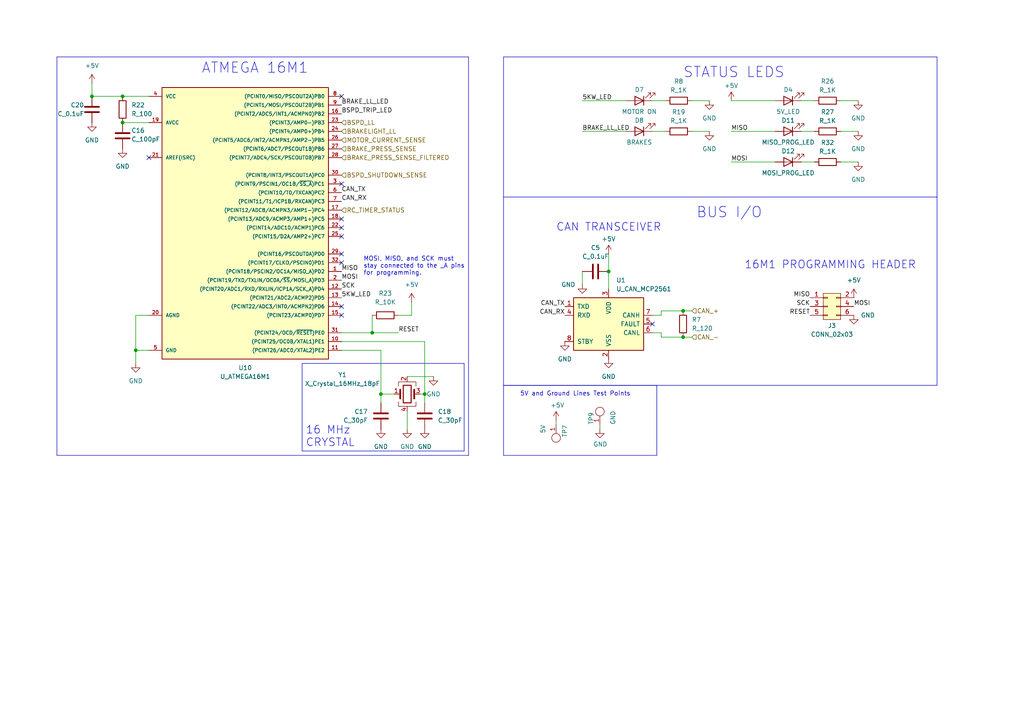
<source format=kicad_sch>
(kicad_sch (version 20231120) (generator "eeschema") (generator_version "8.0")
  (paper "A4")
  (title_block (title "Select BSPD Components - Detailed View") (date "2024-10-23") (rev "2") (company "Olin Electric Motorsports") (comment 1 "Rev. by Henry Tejada Deras") (comment 2 "By Ian Walsh"))
  (lib_symbols
    (symbol "+5V_1" (power) (pin_numbers hide) (pin_names (offset 0) hide)
      (property "Value" "+5V" (at 0 3.556 0))
      (symbol "+5V_1_0_1"
        (polyline (pts (xy -0.762 1.27) (xy 0 2.54)))
        (polyline (pts (xy 0 0) (xy 0 2.54)))
        (polyline (pts (xy 0 2.54) (xy 0.762 1.27)))
      )
      (symbol "+5V_1_1_1"
        (pin power_in line (at 0 0 90) (length 0) (name "~") (number "1"))
      )
    )
    (symbol "+5V_2" (power) (pin_numbers hide) (pin_names (offset 0) hide)
      (property "Value" "+5V" (at 0 3.556 0))
      (symbol "+5V_2_0_1"
        (polyline (pts (xy -0.762 1.27) (xy 0 2.54)))
        (polyline (pts (xy 0 0) (xy 0 2.54)))
        (polyline (pts (xy 0 2.54) (xy 0.762 1.27)))
      )
      (symbol "+5V_2_1_1"
        (pin power_in line (at 0 0 90) (length 0) (name "~") (number "1"))
      )
    )
    (symbol "+5V_3" (power) (pin_numbers hide) (pin_names (offset 0) hide)
      (property "Value" "+5V" (at 0 3.556 0))
      (symbol "+5V_3_0_1"
        (polyline (pts (xy -0.762 1.27) (xy 0 2.54)))
        (polyline (pts (xy 0 0) (xy 0 2.54)))
        (polyline (pts (xy 0 2.54) (xy 0.762 1.27)))
      )
      (symbol "+5V_3_1_1"
        (pin power_in line (at 0 0 90) (length 0) (name "~") (number "1"))
      )
    )
    (symbol "+5V_4" (power) (pin_numbers hide) (pin_names (offset 0) hide)
      (property "Value" "+5V" (at 0 3.556 0))
      (symbol "+5V_4_0_1"
        (polyline (pts (xy -0.762 1.27) (xy 0 2.54)))
        (polyline (pts (xy 0 0) (xy 0 2.54)))
        (polyline (pts (xy 0 2.54) (xy 0.762 1.27)))
      )
      (symbol "+5V_4_1_1"
        (pin power_in line (at 0 0 90) (length 0) (name "~") (number "1"))
      )
    )
    (symbol "+5V_5" (power) (pin_numbers hide) (pin_names (offset 0) hide)
      (property "Value" "+5V" (at 0 3.556 0))
      (symbol "+5V_5_0_1"
        (polyline (pts (xy -0.762 1.27) (xy 0 2.54)))
        (polyline (pts (xy 0 0) (xy 0 2.54)))
        (polyline (pts (xy 0 2.54) (xy 0.762 1.27)))
      )
      (symbol "+5V_5_1_1"
        (pin power_in line (at 0 0 90) (length 0) (name "~") (number "1"))
      )
    )
    (symbol "CONN_02x03_1" (pin_names (offset 0.0254) hide)
      (property "Reference" "J" (at 0 5.08 0))
      (property "Value" "CONN_02x03" (at 0 -5.08 0))
      (symbol "CONN_02x03_1_0_1"
        (rectangle (start -2.54 -2.413) (end -1.27 -2.667))
        (rectangle (start -2.54 0.127) (end -1.27 -0.127))
        (rectangle (start -2.54 2.667) (end -1.27 2.413))
        (rectangle (start -2.54 3.81) (end 2.54 -3.81) (fill (type background)))
        (rectangle (start 1.27 -2.413) (end 2.54 -2.667))
        (rectangle (start 1.27 0.127) (end 2.54 -0.127))
        (rectangle (start 1.27 2.667) (end 2.54 2.413))
      )
      (symbol "CONN_02x03_1_1_1"
        (pin passive line (at -6.35 2.54 0) (length 3.81) (name "P1") (number "1"))
        (pin passive line (at 6.35 2.54 180) (length 3.81) (name "P2") (number "2"))
        (pin passive line (at -6.35 0 0) (length 3.81) (name "P3") (number "3"))
        (pin passive line (at 6.35 0 180) (length 3.81) (name "P4") (number "4"))
        (pin passive line (at -6.35 -2.54 0) (length 3.81) (name "P5") (number "5"))
        (pin passive line (at 6.35 -2.54 180) (length 3.81) (name "P6") (number "6"))
      )
    )
    (symbol "GND_1" (power) (pin_numbers hide) (pin_names (offset 0) hide)
      (property "Value" "GND" (at 0 -3.81 0))
      (symbol "GND_1_0_1"
        (polyline (pts (xy 0 0) (xy 0 -1.27) (xy 1.27 -1.27) (xy 0 -2.54) (xy -1.27 -1.27) (xy 0 -1.27)))
      )
      (symbol "GND_1_1_1"
        (pin power_in line (at 0 0 270) (length 0) (name "~") (number "1"))
      )
    )
    (symbol "GND_2" (power) (pin_numbers hide) (pin_names (offset 0) hide)
      (property "Value" "GND" (at 0 -3.81 0))
      (symbol "GND_2_0_1"
        (polyline (pts (xy 0 0) (xy 0 -1.27) (xy 1.27 -1.27) (xy 0 -2.54) (xy -1.27 -1.27) (xy 0 -1.27)))
      )
      (symbol "GND_2_1_1"
        (pin power_in line (at 0 0 270) (length 0) (name "~") (number "1"))
      )
    )
    (symbol "GND_3" (power) (pin_numbers hide) (pin_names (offset 0) hide)
      (property "Value" "GND" (at 0 -3.81 0))
      (symbol "GND_3_0_1"
        (polyline (pts (xy 0 0) (xy 0 -1.27) (xy 1.27 -1.27) (xy 0 -2.54) (xy -1.27 -1.27) (xy 0 -1.27)))
      )
      (symbol "GND_3_1_1"
        (pin power_in line (at 0 0 270) (length 0) (name "~") (number "1"))
      )
    )
    (symbol "GND_5" (power) (pin_numbers hide) (pin_names (offset 0) hide)
      (property "Value" "GND" (at 0 -3.81 0))
      (symbol "GND_5_0_1"
        (polyline (pts (xy 0 0) (xy 0 -1.27) (xy 1.27 -1.27) (xy 0 -2.54) (xy -1.27 -1.27) (xy 0 -1.27)))
      )
      (symbol "GND_5_1_1"
        (pin power_in line (at 0 0 270) (length 0) (name "~") (number "1"))
      )
    )
    (symbol "GND_6" (power) (pin_numbers hide) (pin_names (offset 0) hide)
      (property "Value" "GND" (at 0 -3.81 0))
      (symbol "GND_6_0_1"
        (polyline (pts (xy 0 0) (xy 0 -1.27) (xy 1.27 -1.27) (xy 0 -2.54) (xy -1.27 -1.27) (xy 0 -1.27)))
      )
      (symbol "GND_6_1_1"
        (pin power_in line (at 0 0 270) (length 0) (name "~") (number "1"))
      )
    )
    (symbol "OEM:C_0.1uF" (pin_numbers hide) (pin_names (offset 0.254))
      (property "Reference" "C" (at 0.635 2.54 0))
      (property "Value" "C_0.1uF" (at 0.635 -2.54 0))
      (symbol "C_0.1uF_0_1"
        (polyline (pts (xy -2.032 -0.762) (xy 2.032 -0.762)) (stroke (width 0.508)))
        (polyline (pts (xy -2.032 0.762) (xy 2.032 0.762)) (stroke (width 0.508)))
      )
      (symbol "C_0.1uF_1_1"
        (pin passive line (at 0 3.81 270) (length 2.794) (name "~") (number "1"))
        (pin passive line (at 0 -3.81 90) (length 2.794) (name "~") (number "2"))
      )
    )
    (symbol "OEM:C_100pF" (pin_numbers hide) (pin_names (offset 0.254))
      (property "Reference" "C" (at 0.635 2.54 0))
      (property "Value" "C_100pF" (at 0.635 -2.54 0))
      (symbol "C_100pF_0_1"
        (polyline (pts (xy -2.032 -0.762) (xy 2.032 -0.762)) (stroke (width 0.508)))
        (polyline (pts (xy -2.032 0.762) (xy 2.032 0.762)) (stroke (width 0.508)))
      )
      (symbol "C_100pF_1_1"
        (pin passive line (at 0 3.81 270) (length 2.794) (name "~") (number "1"))
        (pin passive line (at 0 -3.81 90) (length 2.794) (name "~") (number "2"))
      )
    )
    (symbol "OEM:C_30pF" (pin_numbers hide) (pin_names (offset 0.254))
      (property "Reference" "C" (at 0.635 2.54 0))
      (property "Value" "C_30pF" (at 0.635 -2.54 0))
      (symbol "C_30pF_0_1"
        (polyline (pts (xy -2.032 -0.762) (xy 2.032 -0.762)) (stroke (width 0.508)))
        (polyline (pts (xy -2.032 0.762) (xy 2.032 0.762)) (stroke (width 0.508)))
      )
      (symbol "C_30pF_1_1"
        (pin passive line (at 0 3.81 270) (length 2.794) (name "~") (number "1"))
        (pin passive line (at 0 -3.81 90) (length 2.794) (name "~") (number "2"))
      )
    )
    (symbol "OEM:LED_WHITE" (pin_numbers hide) (pin_names (offset 1.016) hide)
      (property "Reference" "D" (at 0 2.54 0))
      (property "Value" "LED_WHITE" (at 0 -2.54 0))
      (symbol "LED_WHITE_0_1"
        (polyline (pts (xy -1.27 -1.27) (xy -1.27 1.27)) (stroke (width 0.254)))
        (polyline (pts (xy -1.27 0) (xy 1.27 0)))
        (polyline (pts (xy 1.27 -1.27) (xy 1.27 1.27) (xy -1.27 0) (xy 1.27 -1.27)) (stroke (width 0.254)))
        (polyline (pts (xy -3.048 -0.762) (xy -4.572 -2.286) (xy -3.81 -2.286) (xy -4.572 -2.286) (xy -4.572 -1.524)))
        (polyline (pts (xy -1.778 -0.762) (xy -3.302 -2.286) (xy -2.54 -2.286) (xy -3.302 -2.286) (xy -3.302 -1.524)))
      )
      (symbol "LED_WHITE_1_1"
        (pin passive line (at -3.81 0 0) (length 2.54) (name "K") (number "1"))
        (pin passive line (at 3.81 0 180) (length 2.54) (name "A") (number "2"))
      )
    )
    (symbol "OEM:R_100" (pin_numbers hide) (pin_names (offset 0))
      (property "Reference" "R" (at 2.032 0 90))
      (property "Value" "R_100" (at 0 0 90))
      (symbol "R_100_0_1"
        (rectangle (start -1.016 -2.54) (end 1.016 2.54) (stroke (width 0.254)))
      )
      (symbol "R_100_1_1"
        (pin passive line (at 0 3.81 270) (length 1.27) (name "~") (number "1"))
        (pin passive line (at 0 -3.81 90) (length 1.27) (name "~") (number "2"))
      )
    )
    (symbol "OEM:R_10K" (pin_numbers hide) (pin_names (offset 0))
      (property "Reference" "R" (at 2.032 0 90))
      (property "Value" "R_10K" (at 0 0 90))
      (symbol "R_10K_0_1"
        (rectangle (start -1.016 -2.54) (end 1.016 2.54) (stroke (width 0.254)))
      )
      (symbol "R_10K_1_1"
        (pin passive line (at 0 3.81 270) (length 1.27) (name "~") (number "1"))
        (pin passive line (at 0 -3.81 90) (length 1.27) (name "~") (number "2"))
      )
    )
    (symbol "OEM:R_120" (pin_numbers hide) (pin_names (offset 0))
      (property "Reference" "R" (at 2.032 0 90))
      (property "Value" "R_120" (at 0 0 90))
      (symbol "R_120_0_1"
        (rectangle (start -1.016 -2.54) (end 1.016 2.54) (stroke (width 0.254)))
      )
      (symbol "R_120_1_1"
        (pin passive line (at 0 3.81 270) (length 1.27) (name "~") (number "1"))
        (pin passive line (at 0 -3.81 90) (length 1.27) (name "~") (number "2"))
      )
    )
    (symbol "OEM:R_1K" (pin_numbers hide) (pin_names (offset 0))
      (property "Reference" "R" (at 2.032 0 90))
      (property "Value" "R_1K" (at 0 0 90))
      (symbol "R_1K_0_1"
        (rectangle (start -1.016 -2.54) (end 1.016 2.54) (stroke (width 0.254)))
      )
      (symbol "R_1K_1_1"
        (pin passive line (at 0 3.81 270) (length 1.27) (name "~") (number "1"))
        (pin passive line (at 0 -3.81 90) (length 1.27) (name "~") (number "2"))
      )
    )
    (symbol "OEM:TP_SMD" (pin_names (offset 1.016))
      (property "Reference" "TP" (at 0 7.62 0))
      (property "Value" "TP_SMD" (at 1.27 5.08 0))
      (symbol "TP_SMD_1_1"
        (circle (center 0 2.54) (radius 1.27))
        (pin input line (at 0 -1.27 90) (length 2.54) (name "~") (number "1"))
      )
    )
    (symbol "OEM:U_ATMEGA16M1" (pin_names (offset 1.016))
      (property "Reference" "U" (at -24.13 46.482 0))
      (property "Value" "U_ATMEGA16M1" (at 12.7 -35.56 0))
      (symbol "U_ATMEGA16M1_0_1"
        (rectangle (start -24.13 45.72) (end 24.13 -33.02) (stroke (width 0.254)) (fill (type background)))
      )
      (symbol "U_ATMEGA16M1_1_1"
        (pin bidirectional line (at 27.94 -7.62 180) (length 3.81) (name "(PCINT18/PSCIN2/OC1A/MISO_A)PD2") (number "1"))
        (pin bidirectional line (at 27.94 -27.94 180) (length 3.81) (name "(PCINT25/OC0B/XTAL1)PE1") (number "10"))
        (pin bidirectional line (at 27.94 -30.48 180) (length 3.81) (name "(PCINT26/ADC0/XTAL2)PE2") (number "11"))
        (pin bidirectional line (at 27.94 -12.7 180) (length 3.81) (name "(PCINT20/ADC1/RXD/RXLIN/ICP1A/SCK_A)PD4") (number "12"))
        (pin bidirectional line (at 27.94 -15.24 180) (length 3.81) (name "(PCINT21/ADC2/ACMP2)PD5") (number "13"))
        (pin bidirectional line (at 27.94 -17.78 180) (length 3.81) (name "(PCINT22/ADC3/INT0/ACMPN2)PD6") (number "14"))
        (pin bidirectional line (at 27.94 -20.32 180) (length 3.81) (name "(PCINT23/ACMP0)PD7") (number "15"))
        (pin bidirectional line (at 27.94 38.1 180) (length 3.81) (name "(PCINT2/ADC5/INT1/ACMPN0)PB2") (number "16"))
        (pin bidirectional line (at 27.94 10.16 180) (length 3.81) (name "(PCINT12/ADC8/ACMPN3/AMP1-)PC4") (number "17"))
        (pin bidirectional line (at 27.94 7.62 180) (length 3.81) (name "(PCINT13/ADC9/ACMP3/AMP1+)PC5") (number "18"))
        (pin power_in line (at -27.94 35.56 0) (length 3.81) (name "AVCC") (number "19"))
        (pin bidirectional line (at 27.94 -10.16 180) (length 3.81) (name "(PCINT19/TXD/TXLIN/OC0A/~{SS}/MOSI_A)PD3") (number "2"))
        (pin power_in line (at -27.94 -20.32 0) (length 3.81) (name "AGND") (number "20"))
        (pin power_in line (at -27.94 25.4 0) (length 3.81) (name "AREF(ISRC)") (number "21"))
        (pin bidirectional line (at 27.94 5.08 180) (length 3.81) (name "(PCINT14/ADC10/ACMP1)PC6") (number "22"))
        (pin bidirectional line (at 27.94 35.56 180) (length 3.81) (name "(PCINT3/AMP0-)PB3") (number "23"))
        (pin bidirectional line (at 27.94 33.02 180) (length 3.81) (name "(PCINT4/AMP0+)PB4") (number "24"))
        (pin bidirectional line (at 27.94 2.54 180) (length 3.81) (name "(PCINT15/D2A/AMP2+)PC7") (number "25"))
        (pin bidirectional line (at 27.94 30.48 180) (length 3.81) (name "(PCINT5/ADC6/INT2/ACMPN1/AMP2-)PB5") (number "26"))
        (pin bidirectional line (at 27.94 27.94 180) (length 3.81) (name "(PCINT6/ADC7/PSCOUT1B)PB6") (number "27"))
        (pin bidirectional line (at 27.94 25.4 180) (length 3.81) (name "(PCINT7/ADC4/SCK/PSCOUT0B)PB7") (number "28"))
        (pin bidirectional line (at 27.94 -2.54 180) (length 3.81) (name "(PCINT16/PSCOUT0A)PD0") (number "29"))
        (pin bidirectional line (at 27.94 17.78 180) (length 3.81) (name "(PCINT9/PSCIN1/OC1B/~{SS_A})PC1") (number "3"))
        (pin bidirectional line (at 27.94 20.32 180) (length 3.81) (name "(PCINT8/INT3/PSCOUT1A)PC0") (number "30"))
        (pin bidirectional line (at 27.94 -25.4 180) (length 3.81) (name "(PCINT24/OCD/~{RESET})PE0") (number "31"))
        (pin bidirectional line (at 27.94 -5.08 180) (length 3.81) (name "(PCINT17/CLKO/PSCIN0)PD1") (number "32"))
        (pin power_in line (at -27.94 43.18 0) (length 3.81) (name "VCC") (number "4"))
        (pin power_in line (at -27.94 -30.48 0) (length 3.81) (name "GND") (number "5"))
        (pin bidirectional line (at 27.94 15.24 180) (length 3.81) (name "(PCINT10/T0/TXCAN)PC2") (number "6"))
        (pin bidirectional line (at 27.94 12.7 180) (length 3.81) (name "(PCINT11/T1/ICP1B/RXCAN)PC3") (number "7"))
        (pin bidirectional line (at 27.94 43.18 180) (length 3.81) (name "(PCINT0/MISO/PSCOUT2A)PB0") (number "8"))
        (pin bidirectional line (at 27.94 40.64 180) (length 3.81) (name "(PCINT1/MOSI/PSCOUT2B)PB1") (number "9"))
      )
    )
    (symbol "OEM:U_CAN_MCP2561" (pin_names (offset 1.016))
      (property "Reference" "U" (at -10.16 8.89 0))
      (property "Value" "U_CAN_MCP2561" (at 2.54 8.89 0))
      (symbol "U_CAN_MCP2561_0_1"
        (rectangle (start -10.16 7.62) (end 10.16 -7.62) (stroke (width 0.254)) (fill (type background)))
      )
      (symbol "U_CAN_MCP2561_1_1"
        (pin input line (at -12.7 5.08 0) (length 2.54) (name "TXD") (number "1"))
        (pin power_in line (at 0 -10.16 90) (length 2.54) (name "VSS") (number "2"))
        (pin power_in line (at 0 10.16 270) (length 2.54) (name "VDD") (number "3"))
        (pin output line (at -12.7 2.54 0) (length 2.54) (name "RXD") (number "4"))
        (pin passive line (at 12.7 0 180) (length 2.54) (name "FAULT") (number "5"))
        (pin bidirectional line (at 12.7 -2.54 180) (length 2.54) (name "CANL") (number "6"))
        (pin bidirectional line (at 12.7 2.54 180) (length 2.54) (name "CANH") (number "7"))
        (pin input line (at -12.7 -5.08 0) (length 2.54) (name "STBY") (number "8"))
      )
    )
    (symbol "OEM:X_Crystal_16MHz_18pF" (pin_names (offset 1.016) hide)
      (property "Reference" "Y" (at 3.175 5.08 0))
      (property "Value" "X_Crystal_16MHz_18pF" (at 3.175 3.175 0))
      (symbol "X_Crystal_16MHz_18pF_0_1"
        (rectangle (start -1.143 2.54) (end 1.143 -2.54) (stroke (width 0.3048)))
        (polyline (pts (xy -2.54 0) (xy -2.032 0)))
        (polyline (pts (xy -2.032 -1.27) (xy -2.032 1.27)) (stroke (width 0.508)))
        (polyline (pts (xy 0 -3.81) (xy 0 -3.556)))
        (polyline (pts (xy 0 3.556) (xy 0 3.81)))
        (polyline (pts (xy 2.032 -1.27) (xy 2.032 1.27)) (stroke (width 0.508)))
        (polyline (pts (xy 2.032 0) (xy 2.54 0)))
        (polyline (pts (xy -2.54 -2.286) (xy -2.54 -3.556) (xy 2.54 -3.556) (xy 2.54 -2.286)))
        (polyline (pts (xy -2.54 2.286) (xy -2.54 3.556) (xy 2.54 3.556) (xy 2.54 2.286)))
      )
      (symbol "X_Crystal_16MHz_18pF_1_1"
        (pin passive line (at -3.81 0 0) (length 1.27) (name "1") (number "1"))
        (pin passive line (at 0 5.08 270) (length 1.27) (name "2") (number "2"))
        (pin passive line (at 3.81 0 180) (length 1.27) (name "3") (number "3"))
        (pin passive line (at 0 -5.08 90) (length 1.27) (name "4") (number "4"))
      )
    )
    (symbol "power:+5V" (power) (pin_names (offset 0))
      (property "Value" "+5V" (at 0 3.556 0))
      (symbol "+5V_0_1"
        (polyline (pts (xy -0.762 1.27) (xy 0 2.54)))
        (polyline (pts (xy 0 0) (xy 0 2.54)))
        (polyline (pts (xy 0 2.54) (xy 0.762 1.27)))
      )
      (symbol "+5V_1_1"
        (pin power_in line (at 0 0 90) (length 0) hide (name "+5V") (number "1"))
      )
    )
    (symbol "power:GND" (power) (pin_numbers hide) (pin_names (offset 0) hide)
      (property "Value" "GND" (at 0 -3.81 0))
      (symbol "GND_0_1"
        (polyline (pts (xy 0 0) (xy 0 -1.27) (xy 1.27 -1.27) (xy 0 -2.54) (xy -1.27 -1.27) (xy 0 -1.27)))
      )
      (symbol "GND_1_1"
        (pin power_in line (at 0 0 270) (length 0) (name "~") (number "1"))
      )
    )
  )
  (junction (at 123.19 114.3))
  (junction (at 176.53 78.74))
  (junction (at 35.56 35.56))
  (junction (at 198.12 90.17))
  (junction (at 35.56 27.94))
  (junction (at 26.67 27.94))
  (junction (at 107.95 96.52))
  (junction (at 39.37 101.6))
  (junction (at 110.49 114.3))
  (junction (at 198.12 97.79))
  (no_connect (at 99.06 63.5))
  (no_connect (at 99.06 53.34))
  (no_connect (at 99.06 88.9))
  (no_connect (at 43.18 45.72))
  (no_connect (at 99.06 68.58))
  (no_connect (at 189.23 93.98))
  (no_connect (at 99.06 73.66))
  (no_connect (at 99.06 91.44))
  (no_connect (at 99.06 66.04))
  (no_connect (at 99.06 27.94))
  (no_connect (at 99.06 76.2))
  (polyline (pts (xy 134.62 105.41) (xy 134.62 130.81)))
  (wire (pts (xy 35.56 35.56) (xy 43.18 35.56)))
  (wire (pts (xy 243.84 38.1) (xy 248.92 38.1)))
  (wire (pts (xy 110.49 101.6) (xy 99.06 101.6)))
  (wire (pts (xy 173.99 123.19) (xy 173.99 124.46)))
  (wire (pts (xy 243.84 46.99) (xy 248.92 46.99)))
  (polyline (pts (xy 16.51 16.51) (xy 135.89 16.51)))
  (wire (pts (xy 168.91 38.1) (xy 181.61 38.1)))
  (polyline (pts (xy 134.62 130.81) (xy 87.63 130.81)))
  (wire (pts (xy 107.95 96.52) (xy 115.57 96.52)))
  (wire (pts (xy 26.67 27.94) (xy 35.56 27.94)))
  (wire (pts (xy 212.09 46.99) (xy 224.79 46.99)))
  (polyline (pts (xy 146.05 57.15) (xy 146.05 111.76)))
  (polyline (pts (xy 87.63 130.81) (xy 87.63 105.41)))
  (wire (pts (xy 243.84 29.21) (xy 248.92 29.21)))
  (polyline (pts (xy 146.05 16.51) (xy 271.78 16.51)))
  (wire (pts (xy 191.77 97.79) (xy 198.12 97.79)))
  (wire (pts (xy 168.91 29.21) (xy 181.61 29.21)))
  (wire (pts (xy 118.11 119.38) (xy 118.11 124.46)))
  (polyline (pts (xy 87.63 105.41) (xy 134.62 105.41)))
  (wire (pts (xy 110.49 114.3) (xy 110.49 116.84)))
  (wire (pts (xy 212.09 38.1) (xy 224.79 38.1)))
  (wire (pts (xy 212.09 29.21) (xy 224.79 29.21)))
  (polyline (pts (xy 271.78 16.51) (xy 271.78 55.88)))
  (polyline (pts (xy 271.78 111.76) (xy 271.78 57.15)))
  (polyline (pts (xy 146.05 111.76) (xy 271.78 111.76)))
  (wire (pts (xy 198.12 97.79) (xy 200.66 97.79)))
  (wire (pts (xy 99.06 99.06) (xy 123.19 99.06)))
  (wire (pts (xy 39.37 105.41) (xy 39.37 101.6)))
  (wire (pts (xy 107.95 96.52) (xy 107.95 91.44)))
  (wire (pts (xy 115.57 91.44) (xy 119.38 91.44)))
  (wire (pts (xy 118.11 109.22) (xy 125.73 109.22)))
  (wire (pts (xy 99.06 96.52) (xy 107.95 96.52)))
  (polyline (pts (xy 146.05 111.76) (xy 146.05 132.08)))
  (polyline (pts (xy 135.89 16.51) (xy 135.89 132.08)))
  (wire (pts (xy 191.77 96.52) (xy 191.77 97.79)))
  (wire (pts (xy 232.41 46.99) (xy 236.22 46.99)))
  (wire (pts (xy 232.41 38.1) (xy 236.22 38.1)))
  (wire (pts (xy 189.23 38.1) (xy 193.04 38.1)))
  (wire (pts (xy 43.18 101.6) (xy 39.37 101.6)))
  (polyline (pts (xy 146.05 132.08) (xy 190.5 132.08)))
  (wire (pts (xy 121.92 114.3) (xy 123.19 114.3)))
  (wire (pts (xy 198.12 90.17) (xy 200.66 90.17)))
  (polyline (pts (xy 271.78 57.15) (xy 271.78 57.15)))
  (wire (pts (xy 176.53 73.66) (xy 176.53 78.74)))
  (wire (pts (xy 191.77 90.17) (xy 198.12 90.17)))
  (polyline (pts (xy 135.89 132.08) (xy 16.51 132.08)))
  (wire (pts (xy 123.19 99.06) (xy 123.19 114.3)))
  (wire (pts (xy 110.49 114.3) (xy 114.3 114.3)))
  (wire (pts (xy 35.56 27.94) (xy 43.18 27.94)))
  (wire (pts (xy 189.23 96.52) (xy 191.77 96.52)))
  (wire (pts (xy 119.38 91.44) (xy 119.38 87.63)))
  (wire (pts (xy 123.19 114.3) (xy 123.19 116.84)))
  (wire (pts (xy 39.37 101.6) (xy 39.37 91.44)))
  (polyline (pts (xy 146.05 111.76) (xy 190.5 111.76)))
  (polyline (pts (xy 190.5 132.08) (xy 190.5 111.76)))
  (wire (pts (xy 191.77 91.44) (xy 191.77 90.17)))
  (wire (pts (xy 200.66 29.21) (xy 205.74 29.21)))
  (wire (pts (xy 189.23 91.44) (xy 191.77 91.44)))
  (polyline (pts (xy 146.05 57.15) (xy 271.78 57.15)))
  (wire (pts (xy 161.29 121.92) (xy 161.29 123.19)))
  (wire (pts (xy 168.91 78.74) (xy 168.91 82.55)))
  (wire (pts (xy 176.53 78.74) (xy 176.53 83.82)))
  (wire (pts (xy 26.67 24.13) (xy 26.67 27.94)))
  (polyline (pts (xy 271.78 55.88) (xy 271.78 57.15)))
  (polyline (pts (xy 146.05 57.15) (xy 146.05 16.51)))
  (polyline (pts (xy 16.51 16.51) (xy 16.51 132.08)))
  (wire (pts (xy 39.37 91.44) (xy 43.18 91.44)))
  (wire (pts (xy 110.49 101.6) (xy 110.49 114.3)))
  (wire (pts (xy 189.23 29.21) (xy 193.04 29.21)))
  (wire (pts (xy 232.41 29.21) (xy 236.22 29.21)))
  (wire (pts (xy 200.66 38.1) (xy 205.74 38.1)))
  (text "16M1 PROGRAMMING HEADER\n" (at 215.9 78.232 0) (effects (font (size 2.2606 2.2606)) (justify left bottom)))
  (text "16 MHz\nCRYSTAL" (at 88.646 129.794 0) (effects (font (size 2.2606 2.2606)) (justify left bottom)))
  (text "BUS I/O" (at 201.93 63.5 0) (effects (font (size 3 3)) (justify left bottom)))
  (text "CAN TRANSCEIVER\n" (at 161.29 67.31 0) (effects (font (size 2.2606 2.2606)) (justify left bottom)))
  (text "5V and Ground Lines Test Points" (at 166.878 114.3 0) (effects (font (size 1.27 1.27))))
  (text "ATMEGA 16M1\n" (at 58.42 21.59 0) (effects (font (size 3 3)) (justify left bottom)))
  (text "STATUS LEDS" (at 198.12 22.86 0) (effects (font (size 3 3)) (justify left bottom)))
  (text "MOSI, MISO, and SCK must\nstay connected to the _A pins\nfor programming." (at 105.41 80.01 0) (effects (font (size 1.27 1.27)) (justify left bottom)))
  (label "MOSI" (at 247.65 88.9 0))
  (label "5KW_LED" (at 168.91 29.21 0))
  (label "RESET" (at 234.95 91.44 180))
  (label "MISO" (at 234.95 86.36 180))
  (label "BSPD_TRIP_LED" (at 99.06 33.02 0))
  (label "MISO" (at 212.09 38.1 0))
  (label "MISO" (at 99.06 78.74 0))
  (label "CAN_RX" (at 99.06 58.42 0))
  (label "CAN_TX" (at 99.06 55.88 0))
  (label "CAN_TX" (at 163.83 88.9 180))
  (label "BRAKE_LL_LED" (at 99.06 30.48 0))
  (label "RESET" (at 115.57 96.52 0))
  (label "SCK" (at 99.06 83.82 0))
  (label "CAN_RX" (at 163.83 91.44 180))
  (label "SCK" (at 234.95 88.9 180))
  (label "MOSI" (at 212.09 46.99 0))
  (label "BRAKE_LL_LED" (at 168.91 38.1 0))
  (label "MOSI" (at 99.06 81.28 0))
  (label "5KW_LED" (at 99.06 86.36 0))
  (hierarchical_label "BRAKE_PRESS_SENSE_FILTERED" (shape input) (at 99.06 45.72 0))
  (hierarchical_label "CAN_+" (shape input) (at 200.66 90.17 0))
  (hierarchical_label "CAN_-" (shape input) (at 200.66 97.79 0))
  (hierarchical_label "BRAKE_PRESS_SENSE" (shape input) (at 99.06 43.18 0))
  (hierarchical_label "MOTOR_CURRENT_SENSE" (shape input) (at 99.06 40.64 0))
  (hierarchical_label "BRAKELIGHT_LL" (shape input) (at 99.06 38.1 0))
  (hierarchical_label "RC_TIMER_STATUS" (shape input) (at 99.06 60.96 0))
  (hierarchical_label "BSPD_SHUTDOWN_SENSE" (shape input) (at 99.06 50.8 0))
  (hierarchical_label "BSPD_LL" (shape input) (at 99.06 35.56 0))
  (symbol (lib_id "OEM:LED_WHITE") (at 228.6 46.99 180) (unit 1)
    (property "Reference" "D12" (at 228.6 43.815 0))
    (property "Value" "MOSI_PROG_LED" (at 228.6 50.165 0))
    (property "Footprint" "OEM:CHIPLED_0805" (effects (hide yes)))
    (property "Datasheet" "${OEM_DIR}/parts/datasheets/harvatek_B1701TW--20P000314U1930.pdf" (effects (hide yes)))
    (property "MFN" "Harvatek" (effects (hide yes)))
    (property "MPN" "B1701TW--20P000314U1930" (effects (hide yes)))
    (property "DKPN" "3147-B1701TW--20P000314U1930DKR-ND" (effects (hide yes)))
    (property "Package" "0805" (effects (hide yes)))
    (property "NewDesigns" "Yes" (effects (hide yes)))
    (property "Stocked" "Digi-Reel" (effects (hide yes)))
    (property "Style" "SMD" (effects (hide yes)))
  )
  (symbol (lib_name "GND_3") (lib_id "power:GND") (at 163.83 99.06 0) (unit 1)
    (property "Reference" "#PWR?" (effects (hide yes)))
    (property "Value" "GND" (at 163.83 104.14 0))
    (property "Description" "Power symbol creates a global label with name \"GND\" , ground" (effects (hide yes)))
  )
  (symbol (lib_name "+5V_4") (lib_id "power:+5V") (at 26.67 24.13 0) (unit 1)
    (property "Reference" "#PWR?" (effects (hide yes)))
    (property "Value" "+5V" (at 26.67 19.05 0))
    (property "Description" "Power symbol creates a global label with name \"+5V\"" (effects (hide yes)))
  )
  (symbol (lib_name "GND_3") (lib_id "power:GND") (at 176.53 104.14 0) (unit 1)
    (property "Reference" "#PWR?" (effects (hide yes)))
    (property "Value" "GND" (at 176.53 109.22 0))
    (property "Description" "Power symbol creates a global label with name \"GND\" , ground" (effects (hide yes)))
  )
  (symbol (lib_id "OEM:LED_WHITE") (at 185.42 38.1 180) (unit 1)
    (property "Reference" "D8" (at 185.42 34.925 0))
    (property "Value" "BRAKES" (at 185.42 41.275 0))
    (property "Footprint" "OEM:CHIPLED_0805" (effects (hide yes)))
    (property "Datasheet" "${OEM_DIR}/parts/datasheets/harvatek_B1701TW--20P000314U1930.pdf" (effects (hide yes)))
    (property "MFN" "Harvatek" (effects (hide yes)))
    (property "MPN" "B1701TW--20P000314U1930" (effects (hide yes)))
    (property "DKPN" "3147-B1701TW--20P000314U1930DKR-ND" (effects (hide yes)))
    (property "Package" "0805" (effects (hide yes)))
    (property "NewDesigns" "Yes" (effects (hide yes)))
    (property "Stocked" "Digi-Reel" (effects (hide yes)))
    (property "Style" "SMD" (effects (hide yes)))
  )
  (symbol (lib_id "OEM:C_30pF") (at 110.49 120.65 0) (mirror y) (unit 1)
    (property "Reference" "C17" (at 106.68 119.3799 0) (effects (justify left)))
    (property "Value" "C_30pF" (at 106.68 121.9199 0) (effects (justify left)))
    (property "Footprint" "OEM:C_0603" (effects (hide yes)))
    (property "Datasheet" "https://www.seielect.com/Catalog/SEI-CML.PDF" (effects (hide yes)))
    (property "Description" "Unpolarized capacitor 30pf 5% 50V C0G NP0 0603" (effects (hide yes)))
    (property "MPN" "CML0603C0G300JT50V" (effects (hide yes)))
    (property "MFN" "Stackpole Electronics" (effects (hide yes)))
    (property "DKPN" "738-CML0603C0G300JT50VDKR-ND" (effects (hide yes)))
    (property "NewDesigns" "YES" (effects (hide yes)))
    (property "Stocked" "Digi-Reel" (effects (hide yes)))
    (property "Package" "0603" (effects (hide yes)))
    (property "Style" "SMD" (effects (hide yes)))
  )
  (symbol (lib_name "GND_1") (lib_id "power:GND") (at 205.74 38.1 0) (unit 1)
    (property "Reference" "#PWR?" (effects (hide yes)))
    (property "Value" "GND" (at 205.74 43.18 0))
    (property "Description" "Power symbol creates a global label with name \"GND\" , ground" (effects (hide yes)))
  )
  (symbol (lib_id "OEM:U_CAN_MCP2561") (at 176.53 93.98 0) (unit 1)
    (property "Reference" "U1" (at 178.7241 81.28 0) (effects (justify left)))
    (property "Value" "U_CAN_MCP2561" (at 178.7241 83.82 0) (effects (justify left)))
    (property "Footprint" "OEM:SOIC-8_3.9x4.9mm_Pitch1.27mm_OEM" (effects (hide yes)))
    (property "Description" "High speed CAN transceiver, 1Mb/s" (effects (hide yes)))
    (property "MPN" "MCP2561" (effects (hide yes)))
    (property "MF" "Analog Devices (Maxim Integrated)" (effects (hide yes)))
    (property "DKPN" "MCP2561" (effects (hide yes)))
    (property "NewDesigns" "YES" (effects (hide yes)))
    (property "Stocked" "Tape" (effects (hide yes)))
    (property "Package" "8-SOIC" (effects (hide yes)))
    (property "Style" "SMD" (effects (hide yes)))
    (property "AlternatePN" "MAX33011EASA" (effects (hide yes)))
    (property "AlternatePN2" "TCAN1051HVD" (effects (hide yes)))
  )
  (symbol (lib_id "OEM:C_30pF") (at 123.19 120.65 0) (unit 1)
    (property "Reference" "C18" (at 127 119.3799 0) (effects (justify left)))
    (property "Value" "C_30pF" (at 127 121.9199 0) (effects (justify left)))
    (property "Footprint" "OEM:C_0603" (effects (hide yes)))
    (property "Datasheet" "https://www.seielect.com/Catalog/SEI-CML.PDF" (effects (hide yes)))
    (property "Description" "Unpolarized capacitor 30pf 5% 50V C0G NP0 0603" (effects (hide yes)))
    (property "MPN" "CML0603C0G300JT50V" (effects (hide yes)))
    (property "MFN" "Stackpole Electronics" (effects (hide yes)))
    (property "DKPN" "738-CML0603C0G300JT50VDKR-ND" (effects (hide yes)))
    (property "NewDesigns" "YES" (effects (hide yes)))
    (property "Stocked" "Digi-Reel" (effects (hide yes)))
    (property "Package" "0603" (effects (hide yes)))
    (property "Style" "SMD" (effects (hide yes)))
  )
  (symbol (lib_name "+5V_1") (lib_id "power:+5V") (at 212.09 29.21 0) (unit 1)
    (property "Reference" "#PWR?" (effects (hide yes)))
    (property "Value" "+5V" (at 212.09 24.13 0) (effects (justify top)))
    (property "Description" "Power symbol creates a global label with name \"+5V\"" (effects (hide yes)))
  )
  (symbol (lib_name "+5V_5") (lib_id "power:+5V") (at 119.38 87.63 0) (unit 1)
    (property "Reference" "#PWR?" (effects (hide yes)))
    (property "Value" "+5V" (at 119.38 82.55 0))
    (property "Description" "Power symbol creates a global label with name \"+5V\"" (effects (hide yes)))
  )
  (symbol (lib_name "GND_1") (lib_id "power:GND") (at 205.74 29.21 0) (unit 1)
    (property "Reference" "#PWR?" (effects (hide yes)))
    (property "Value" "GND" (at 205.74 34.29 0))
    (property "Description" "Power symbol creates a global label with name \"GND\" , ground" (effects (hide yes)))
  )
  (symbol (lib_id "OEM:R_100") (at 35.56 31.75 0) (unit 1)
    (property "Reference" "R22" (at 38.1 30.4799 0) (effects (justify left)))
    (property "Value" "R_100" (at 38.1 33.0199 0) (effects (justify left)))
    (property "Footprint" "OEM:R_0603" (effects (hide yes)))
    (property "Datasheet" "${OEM_DIR}/parts/datasheets/stackpole_RMCF_RMCP.pdf" (effects (hide yes)))
    (property "Description" "Resistor 100 ohms 0603 1/10W 1%" (effects (hide yes)))
    (property "MPN" "RMCF0603FT100R" (effects (hide yes)))
    (property "MFN" "Stackpole Electronics" (effects (hide yes)))
    (property "DKPN" "RMCF0603FT100RTR-ND" (effects (hide yes)))
    (property "NewDesigns" "YES" (effects (hide yes)))
    (property "Stocked" "Reel" (effects (hide yes)))
    (property "Package" "0603" (effects (hide yes)))
    (property "Style" "SMD" (effects (hide yes)))
  )
  (symbol (lib_id "OEM:LED_WHITE") (at 228.6 29.21 180) (unit 1)
    (property "Reference" "D4" (at 228.6 26.035 0))
    (property "Value" "5V_LED" (at 228.6 32.385 0))
    (property "Footprint" "OEM:CHIPLED_0805" (effects (hide yes)))
    (property "Datasheet" "${OEM_DIR}/parts/datasheets/harvatek_B1701TW--20P000314U1930.pdf" (effects (hide yes)))
    (property "MFN" "Harvatek" (effects (hide yes)))
    (property "MPN" "B1701TW--20P000314U1930" (effects (hide yes)))
    (property "DKPN" "3147-B1701TW--20P000314U1930DKR-ND" (effects (hide yes)))
    (property "Package" "0805" (effects (hide yes)))
    (property "NewDesigns" "Yes" (effects (hide yes)))
    (property "Stocked" "Digi-Reel" (effects (hide yes)))
    (property "Style" "SMD" (effects (hide yes)))
  )
  (symbol (lib_id "OEM:U_ATMEGA16M1") (at 71.12 71.12 0) (unit 1)
    (property "Reference" "U10" (at 71.12 106.68 0))
    (property "Value" "U_ATMEGA16M1" (at 71.12 109.22 0))
    (property "Footprint" "OEM:TQFP-32_7x7mm_Pitch0.8mm" (effects (hide yes)))
    (property "Description" "Microcontroller, 8-bit, 1KB RAM, 16KB Flash" (effects (hide yes)))
    (property "MPN" "ATMEGA16M1-AU" (effects (hide yes)))
    (property "MFN" "Microchip" (effects (hide yes)))
    (property "DKPN" "SAMPLE:atmega16m1-au" (effects (hide yes)))
    (property "NewDesigns" "YES" (effects (hide yes)))
    (property "Stocked" "No" (effects (hide yes)))
    (property "Package" "32-TQFP" (effects (hide yes)))
    (property "Style" "SMD" (effects (hide yes)))
  )
  (symbol (lib_id "power:GND") (at 125.73 109.22 0) (unit 1)
    (property "Reference" "#PWR?" (effects (hide yes)))
    (property "Value" "GND" (at 125.73 114.3 0))
    (property "Description" "Power symbol creates a global label with name \"GND\" , ground" (effects (hide yes)))
  )
  (symbol (lib_id "OEM:R_1K") (at 240.03 38.1 270) (unit 1)
    (property "Reference" "R27" (at 240.03 31.75 90) (effects (justify top)))
    (property "Value" "R_1K" (at 240.03 34.29 90) (effects (justify top)))
    (property "Footprint" "OEM:R_0603" (effects (hide yes)))
    (property "Datasheet" "${OEM_DIR}/parts/datasheets/stackpole_RMCF_RMCP.pdf" (effects (hide yes)))
    (property "Description" "Resistor 1K ohm 0603 1/10W 1%" (effects (hide yes)))
    (property "MPN" "RMCF0603FT1K00" (effects (hide yes)))
    (property "DKPN" "RMCF0603FT1K00TR-ND" (effects (hide yes)))
    (property "MFN" "Stackpole Electronics" (effects (hide yes)))
    (property "NewDesigns" "YES" (effects (hide yes)))
    (property "Stocked" "Reel" (effects (hide yes)))
    (property "Package" "0603" (effects (hide yes)))
    (property "Style" "SMD" (effects (hide yes)))
  )
  (symbol (lib_name "GND_1") (lib_id "power:GND") (at 248.92 29.21 0) (unit 1)
    (property "Reference" "#PWR?" (effects (hide yes)))
    (property "Value" "GND" (at 248.92 34.29 0))
    (property "Description" "Power symbol creates a global label with name \"GND\" , ground" (effects (hide yes)))
  )
  (symbol (lib_id "OEM:C_0.1uF") (at 172.72 78.74 270) (unit 1)
    (property "Reference" "C5" (at 172.72 71.12 90) (effects (justify top)))
    (property "Value" "C_0.1uF" (at 172.72 73.66 90) (effects (justify top)))
    (property "Footprint" "OEM:C_0603" (effects (hide yes)))
    (property "Datasheet" "${OEM_DIR}/parts/datasheets/samsung_CL10B104KB8NNWC.pdf" (effects (hide yes)))
    (property "Description" "Unpolarized capacitor 0.1uF 50V X7R 0603" (effects (hide yes)))
    (property "MPN" "CL10B104KB8NNWC" (effects (hide yes)))
    (property "MFN" "Samsung Electro-Mechanics" (effects (hide yes)))
    (property "DKPN" "1276-1935-2-ND" (effects (hide yes)))
    (property "Package" "0603" (effects (hide yes)))
    (property "Stocked" "Reel" (effects (hide yes)))
    (property "NewDesigns" "YES" (effects (hide yes)))
    (property "Style" "SMD" (effects (hide yes)))
  )
  (symbol (lib_name "GND_5") (lib_id "power:GND") (at 35.56 43.18 0) (unit 1)
    (property "Reference" "#PWR?" (effects (hide yes)))
    (property "Value" "GND" (at 35.56 48.26 0))
    (property "Description" "Power symbol creates a global label with name \"GND\" , ground" (effects (hide yes)))
  )
  (symbol (lib_id "OEM:R_1K") (at 196.85 38.1 270) (unit 1)
    (property "Reference" "R19" (at 196.85 31.75 90) (effects (justify top)))
    (property "Value" "R_1K" (at 196.85 34.29 90) (effects (justify top)))
    (property "Footprint" "OEM:R_0603" (effects (hide yes)))
    (property "Datasheet" "${OEM_DIR}/parts/datasheets/stackpole_RMCF_RMCP.pdf" (effects (hide yes)))
    (property "Description" "Resistor 1K ohm 0603 1/10W 1%" (effects (hide yes)))
    (property "MPN" "RMCF0603FT1K00" (effects (hide yes)))
    (property "DKPN" "RMCF0603FT1K00TR-ND" (effects (hide yes)))
    (property "MFN" "Stackpole Electronics" (effects (hide yes)))
    (property "NewDesigns" "YES" (effects (hide yes)))
    (property "Stocked" "Reel" (effects (hide yes)))
    (property "Package" "0603" (effects (hide yes)))
    (property "Style" "SMD" (effects (hide yes)))
  )
  (symbol (lib_id "OEM:LED_WHITE") (at 228.6 38.1 180) (unit 1)
    (property "Reference" "D11" (at 228.6 34.925 0))
    (property "Value" "MISO_PROG_LED" (at 228.6 41.275 0))
    (property "Footprint" "OEM:CHIPLED_0805" (effects (hide yes)))
    (property "Datasheet" "${OEM_DIR}/parts/datasheets/harvatek_B1701TW--20P000314U1930.pdf" (effects (hide yes)))
    (property "MFN" "Harvatek" (effects (hide yes)))
    (property "MPN" "B1701TW--20P000314U1930" (effects (hide yes)))
    (property "DKPN" "3147-B1701TW--20P000314U1930DKR-ND" (effects (hide yes)))
    (property "Package" "0805" (effects (hide yes)))
    (property "NewDesigns" "Yes" (effects (hide yes)))
    (property "Stocked" "Digi-Reel" (effects (hide yes)))
    (property "Style" "SMD" (effects (hide yes)))
  )
  (symbol (lib_id "OEM:C_0.1uF") (at 26.67 31.75 0) (mirror y) (unit 1)
    (property "Reference" "C20" (at 24.384 30.48 0) (effects (justify left)))
    (property "Value" "C_0.1uF" (at 24.384 33.02 0) (effects (justify left)))
    (property "Footprint" "OEM:C_0603" (effects (hide yes)))
    (property "Datasheet" "${OEM_DIR}/parts/datasheets/samsung_CL10B104KB8NNWC.pdf" (effects (hide yes)))
    (property "Description" "Unpolarized capacitor 0.1uF 50V X7R 0603" (effects (hide yes)))
    (property "MPN" "CL10B104KB8NNWC" (effects (hide yes)))
    (property "MFN" "Samsung Electro-Mechanics" (effects (hide yes)))
    (property "DKPN" "1276-1935-2-ND" (effects (hide yes)))
    (property "Package" "0603" (effects (hide yes)))
    (property "Stocked" "Reel" (effects (hide yes)))
    (property "NewDesigns" "YES" (effects (hide yes)))
    (property "Style" "SMD" (effects (hide yes)))
  )
  (symbol (lib_name "GND_1") (lib_id "power:GND") (at 248.92 38.1 0) (unit 1)
    (property "Reference" "#PWR?" (effects (hide yes)))
    (property "Value" "GND" (at 248.92 43.18 0))
    (property "Description" "Power symbol creates a global label with name \"GND\" , ground" (effects (hide yes)))
  )
  (symbol (lib_id "OEM:R_10K") (at 111.76 91.44 270) (unit 1)
    (property "Reference" "R23" (at 111.76 85.09 90))
    (property "Value" "R_10K" (at 111.76 87.63 90))
    (property "Footprint" "OEM:R_0603" (effects (hide yes)))
    (property "Datasheet" "${OEM_DIR}/parts/datasheets/stackpole_RMCF_RMCP.pdf" (effects (hide yes)))
    (property "Description" "Resistor 10K ohm 0603 1/10W 1%" (effects (hide yes)))
    (property "MPN" "RMCF0603FT10K0" (effects (hide yes)))
    (property "MFN" "Stackpole Electronics" (effects (hide yes)))
    (property "DKPN" "RMCF0603FT10K0TR-ND" (effects (hide yes)))
    (property "Package" "0603" (effects (hide yes)))
    (property "NewDesigns" "YES" (effects (hide yes)))
    (property "Stocked" "Reel" (effects (hide yes)))
    (property "Style" "SMD" (effects (hide yes)))
  )
  (symbol (lib_name "GND_3") (lib_id "power:GND") (at 168.91 82.55 0) (unit 1)
    (property "Reference" "#PWR?" (effects (hide yes)))
    (property "Value" "GND" (at 164.846 82.55 0))
    (property "Description" "Power symbol creates a global label with name \"GND\" , ground" (effects (hide yes)))
  )
  (symbol (lib_id "OEM:TP_SMD") (at 161.29 124.46 180) (unit 1)
    (property "Reference" "TP7" (at 163.83 123.19 90) (effects (justify left)))
    (property "Value" "5V" (at 157.48 123.19 90) (effects (justify left)))
    (property "Footprint" "footprints:Test_Point_SMD" (effects (hide yes)))
    (property "MPN" "5019" (effects (hide yes)))
    (property "MFN" "Keystone" (effects (hide yes)))
    (property "DKPN" "36-5019TR-ND" (effects (hide yes)))
    (property "NewDesigns" "YES" (effects (hide yes)))
    (property "Stocked" "Reel" (effects (hide yes)))
    (property "Package" "Custom" (effects (hide yes)))
    (property "Style" "SMD" (effects (hide yes)))
  )
  (symbol (lib_id "OEM:R_120") (at 198.12 93.98 0) (unit 1)
    (property "Reference" "R7" (at 200.66 92.7099 0) (effects (justify left)))
    (property "Value" "R_120" (at 200.66 95.2499 0) (effects (justify left)))
    (property "Footprint" "OEM:R_0603" (effects (hide yes)))
    (property "Datasheet" "https://www.yageo.com/upload/media/product/productsearch/datasheet/rchip/PYu-RC_Group_51_RoHS_L_12.pdf" (effects (hide yes)))
    (property "Description" "Resistor 120 ohm 0603 1/10W 1%" (effects (hide yes)))
    (property "MPN" "RC0603FR-13120RL" (effects (hide yes)))
    (property "MFN" "Yageo" (effects (hide yes)))
    (property "DKPN" "13-RC0603FR-13120RLDKR-ND" (effects (hide yes)))
    (property "Package" "0603" (effects (hide yes)))
    (property "NewDesigns" "YES" (effects (hide yes)))
    (property "Stocked" "Digi-Reel" (effects (hide yes)))
    (property "Style" "SMD" (effects (hide yes)))
  )
  (symbol (lib_id "OEM:X_Crystal_16MHz_18pF") (at 118.11 114.3 0) (unit 1)
    (property "Reference" "Y1" (at 99.314 108.712 0))
    (property "Value" "X_Crystal_16MHz_18pF" (at 99.314 111.252 0))
    (property "Footprint" "OEM:Crystal_TXC7M" (effects (hide yes)))
    (property "Datasheet" "http://txccrystal.com/images/pdf/7m.pdf" (effects (hide yes)))
    (property "Description" "16MHz 18pF crystal" (effects (hide yes)))
    (property "MPN" "7M-16.000MAAJ-T" (effects (hide yes)))
    (property "MFN" "TXC" (effects (hide yes)))
    (property "DKPN" "887-1125-1-ND" (effects (hide yes)))
    (property "NewDesigns" "YES" (effects (hide yes)))
    (property "Stocked" "Tape" (effects (hide yes)))
    (property "Package" "Custom" (effects (hide yes)))
    (property "Style" "SMD" (effects (hide yes)))
  )
  (symbol (lib_id "OEM:C_100pF") (at 35.56 39.37 0) (unit 1)
    (property "Reference" "C16" (at 38.1 37.846 0) (effects (justify left)))
    (property "Value" "C_100pF" (at 38.1 40.386 0) (effects (justify left)))
    (property "Footprint" "OEM:C_0603" (effects (hide yes)))
    (property "Datasheet" "${OEM_DIR}/parts/datasheets" (effects (hide yes)))
    (property "Description" "Unpolarized capacitor 100pf 1% 100V  0603 C0G/NP0" (effects (hide yes)))
    (property "MPN" "0603N101F101CT" (effects (hide yes)))
    (property "MFN" "Walsin Technology" (effects (hide yes)))
    (property "DKPN" "1292-1472-6-ND" (effects (hide yes)))
    (property "NewDesigns" "YES" (effects (hide yes)))
    (property "Stocked" "Digi-Reel" (effects (hide yes)))
    (property "Package" "0603" (effects (hide yes)))
    (property "Style" "SMD" (effects (hide yes)))
  )
  (symbol (lib_name "+5V_3") (lib_id "power:+5V") (at 176.53 73.66 0) (unit 1)
    (property "Reference" "#PWR?" (effects (hide yes)))
    (property "Value" "+5V" (at 176.53 68.58 0) (effects (justify top)))
    (property "Description" "Power symbol creates a global label with name \"+5V\"" (effects (hide yes)))
  )
  (symbol (lib_id "power:GND") (at 118.11 124.46 0) (unit 1)
    (property "Reference" "#PWR?" (effects (hide yes)))
    (property "Value" "GND" (at 118.11 129.54 0))
    (property "Description" "Power symbol creates a global label with name \"GND\" , ground" (effects (hide yes)))
  )
  (symbol (lib_name "GND_2") (lib_id "power:GND") (at 247.65 91.44 0) (unit 1)
    (property "Reference" "#PWR?" (effects (hide yes)))
    (property "Value" "GND" (at 251.714 91.44 0))
    (property "Description" "Power symbol creates a global label with name \"GND\" , ground" (effects (hide yes)))
  )
  (symbol (lib_id "OEM:R_1K") (at 196.85 29.21 270) (unit 1)
    (property "Reference" "R8" (at 196.85 22.86 90) (effects (justify top)))
    (property "Value" "R_1K" (at 196.85 25.4 90) (effects (justify top)))
    (property "Footprint" "OEM:R_0603" (effects (hide yes)))
    (property "Datasheet" "${OEM_DIR}/parts/datasheets/stackpole_RMCF_RMCP.pdf" (effects (hide yes)))
    (property "Description" "Resistor 1K ohm 0603 1/10W 1%" (effects (hide yes)))
    (property "MPN" "RMCF0603FT1K00" (effects (hide yes)))
    (property "DKPN" "RMCF0603FT1K00TR-ND" (effects (hide yes)))
    (property "MFN" "Stackpole Electronics" (effects (hide yes)))
    (property "NewDesigns" "YES" (effects (hide yes)))
    (property "Stocked" "Reel" (effects (hide yes)))
    (property "Package" "0603" (effects (hide yes)))
    (property "Style" "SMD" (effects (hide yes)))
  )
  (symbol (lib_id "OEM:LED_WHITE") (at 185.42 29.21 180) (unit 1)
    (property "Reference" "D7" (at 185.42 26.035 0))
    (property "Value" "MOTOR ON" (at 185.42 32.385 0))
    (property "Footprint" "OEM:CHIPLED_0805" (effects (hide yes)))
    (property "Datasheet" "${OEM_DIR}/parts/datasheets/harvatek_B1701TW--20P000314U1930.pdf" (effects (hide yes)))
    (property "MFN" "Harvatek" (effects (hide yes)))
    (property "MPN" "B1701TW--20P000314U1930" (effects (hide yes)))
    (property "DKPN" "3147-B1701TW--20P000314U1930DKR-ND" (effects (hide yes)))
    (property "Package" "0805" (effects (hide yes)))
    (property "NewDesigns" "Yes" (effects (hide yes)))
    (property "Stocked" "Digi-Reel" (effects (hide yes)))
    (property "Style" "SMD" (effects (hide yes)))
  )
  (symbol (lib_name "GND_5") (lib_id "power:GND") (at 26.67 35.56 0) (unit 1)
    (property "Reference" "#PWR?" (effects (hide yes)))
    (property "Value" "GND" (at 26.67 40.64 0))
    (property "Description" "Power symbol creates a global label with name \"GND\" , ground" (effects (hide yes)))
  )
  (symbol (lib_name "GND_6") (lib_id "power:GND") (at 39.37 105.41 0) (unit 1)
    (property "Reference" "#PWR?" (effects (hide yes)))
    (property "Value" "GND" (at 39.37 110.49 0))
    (property "Description" "Power symbol creates a global label with name \"GND\" , ground" (effects (hide yes)))
  )
  (symbol (lib_id "power:GND") (at 110.49 124.46 0) (unit 1)
    (property "Reference" "#PWR?" (effects (hide yes)))
    (property "Value" "GND" (at 110.49 129.54 0))
    (property "Description" "Power symbol creates a global label with name \"GND\" , ground" (effects (hide yes)))
  )
  (symbol (lib_id "OEM:R_1K") (at 240.03 46.99 270) (unit 1)
    (property "Reference" "R32" (at 240.03 40.64 90) (effects (justify top)))
    (property "Value" "R_1K" (at 240.03 43.18 90) (effects (justify top)))
    (property "Footprint" "OEM:R_0603" (effects (hide yes)))
    (property "Datasheet" "${OEM_DIR}/parts/datasheets/stackpole_RMCF_RMCP.pdf" (effects (hide yes)))
    (property "Description" "Resistor 1K ohm 0603 1/10W 1%" (effects (hide yes)))
    (property "MPN" "RMCF0603FT1K00" (effects (hide yes)))
    (property "DKPN" "RMCF0603FT1K00TR-ND" (effects (hide yes)))
    (property "MFN" "Stackpole Electronics" (effects (hide yes)))
    (property "NewDesigns" "YES" (effects (hide yes)))
    (property "Stocked" "Reel" (effects (hide yes)))
    (property "Package" "0603" (effects (hide yes)))
    (property "Style" "SMD" (effects (hide yes)))
  )
  (symbol (lib_id "OEM:TP_SMD") (at 173.99 121.92 0) (unit 1)
    (property "Reference" "TP9" (at 171.45 123.19 90) (effects (justify left)))
    (property "Value" "GND" (at 177.8 123.19 90) (effects (justify left)))
    (property "Footprint" "footprints:Test_Point_SMD" (effects (hide yes)))
    (property "MPN" "5019" (effects (hide yes)))
    (property "MFN" "Keystone" (effects (hide yes)))
    (property "DKPN" "36-5019TR-ND" (effects (hide yes)))
    (property "NewDesigns" "YES" (effects (hide yes)))
    (property "Stocked" "Reel" (effects (hide yes)))
    (property "Package" "Custom" (effects (hide yes)))
    (property "Style" "SMD" (effects (hide yes)))
  )
  (symbol (lib_id "power:GND") (at 173.99 124.46 0) (unit 1)
    (property "Reference" "#PWR?" (effects (hide yes)))
    (property "Value" "GND" (at 174.117 128.8542 0))
  )
  (symbol (lib_name "CONN_02x03_1") (lib_id "OEM:CONN_02x03") (at 241.3 88.9 0) (unit 1)
    (property "Reference" "J3" (at 241.3 93.726 0) (effects (justify top)))
    (property "Value" "CONN_02x03" (at 241.3 96.266 0) (effects (justify top)))
    (property "Footprint" "Connector_PinHeader_2.54mm:PinHeader_2x03_P2.54mm_Vertical" (effects (hide yes)))
    (property "Datasheet" "http://portal.fciconnect.com/Comergent//fci/drawing/67996.pdf" (effects (hide yes)))
    (property "Description" "Connector header through hole 2x3 0.100\" (2.54mm)" (effects (hide yes)))
    (property "MPN" "10129381-906002BLF" (effects (hide yes)))
    (property "MFN" "Ampehnol ICC" (effects (hide yes)))
    (property "DKPN" "10129381-906002BLF-ND" (effects (hide yes)))
    (property "NewDesigns" "YES" (effects (hide yes)))
    (property "Stocked" "Bulk" (effects (hide yes)))
    (property "Package" ".1\" pin header" (effects (hide yes)))
    (property "Style" "THT" (effects (hide yes)))
  )
  (symbol (lib_id "power:GND") (at 123.19 124.46 0) (unit 1)
    (property "Reference" "#PWR?" (effects (hide yes)))
    (property "Value" "GND" (at 123.19 129.54 0))
    (property "Description" "Power symbol creates a global label with name \"GND\" , ground" (effects (hide yes)))
  )
  (symbol (lib_id "OEM:R_1K") (at 240.03 29.21 270) (unit 1)
    (property "Reference" "R26" (at 240.03 22.86 90) (effects (justify top)))
    (property "Value" "R_1K" (at 240.03 25.4 90) (effects (font (thickness 0.1588)) (justify top)))
    (property "Footprint" "OEM:R_0603" (effects (hide yes)))
    (property "Datasheet" "${OEM_DIR}/parts/datasheets/stackpole_RMCF_RMCP.pdf" (effects (hide yes)))
    (property "Description" "Resistor 1K ohm 0603 1/10W 1%" (effects (hide yes)))
    (property "MPN" "RMCF0603FT1K00" (effects (hide yes)))
    (property "DKPN" "RMCF0603FT1K00TR-ND" (effects (hide yes)))
    (property "MFN" "Stackpole Electronics" (effects (hide yes)))
    (property "NewDesigns" "YES" (effects (hide yes)))
    (property "Stocked" "Reel" (effects (hide yes)))
    (property "Package" "0603" (effects (hide yes)))
    (property "Style" "SMD" (effects (hide yes)))
  )
  (symbol (lib_id "power:+5V") (at 161.29 121.92 0) (unit 1)
    (property "Reference" "#PWR?" (effects (hide yes)))
    (property "Value" "+5V" (at 161.671 117.5258 0))
  )
  (symbol (lib_name "GND_1") (lib_id "power:GND") (at 248.92 46.99 0) (unit 1)
    (property "Reference" "#PWR?" (effects (hide yes)))
    (property "Value" "GND" (at 248.92 52.07 0))
    (property "Description" "Power symbol creates a global label with name \"GND\" , ground" (effects (hide yes)))
  )
  (symbol (lib_name "+5V_2") (lib_id "power:+5V") (at 247.65 86.36 0) (unit 1)
    (property "Reference" "#PWR?" (effects (hide yes)))
    (property "Value" "+5V" (at 247.65 81.28 0))
    (property "Description" "Power symbol creates a global label with name \"+5V\"" (effects (hide yes)))
  )
)
</source>
